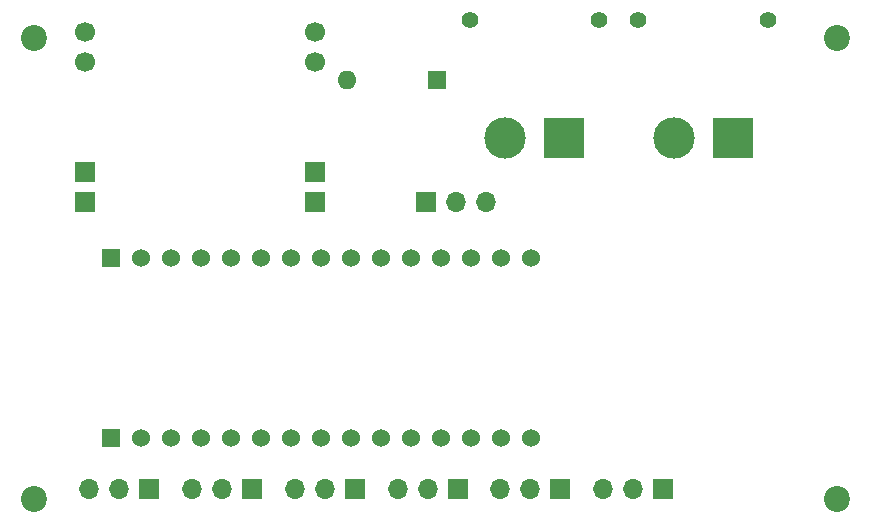
<source format=gbr>
%TF.GenerationSoftware,KiCad,Pcbnew,8.0.1*%
%TF.CreationDate,2024-07-01T13:59:26-05:00*%
%TF.ProjectId,power distribution,706f7765-7220-4646-9973-747269627574,rev?*%
%TF.SameCoordinates,Original*%
%TF.FileFunction,Soldermask,Bot*%
%TF.FilePolarity,Negative*%
%FSLAX46Y46*%
G04 Gerber Fmt 4.6, Leading zero omitted, Abs format (unit mm)*
G04 Created by KiCad (PCBNEW 8.0.1) date 2024-07-01 13:59:26*
%MOMM*%
%LPD*%
G01*
G04 APERTURE LIST*
%ADD10C,1.700000*%
%ADD11R,1.700000X1.700000*%
%ADD12C,2.200000*%
%ADD13O,1.700000X1.700000*%
%ADD14C,1.400000*%
%ADD15R,3.500000X3.500000*%
%ADD16C,3.500000*%
%ADD17R,1.530000X1.530000*%
%ADD18C,1.530000*%
%ADD19R,1.600000X1.600000*%
%ADD20O,1.600000X1.600000*%
G04 APERTURE END LIST*
D10*
%TO.C,U1*%
X111380000Y-70000000D03*
X111380000Y-67460000D03*
D11*
X111380000Y-81870000D03*
X111380000Y-79330000D03*
D10*
X130780000Y-70000000D03*
X130780000Y-67460000D03*
D11*
X130780000Y-81860000D03*
X130780000Y-79320000D03*
%TD*%
D12*
%TO.C,H4*%
X175000000Y-107000000D03*
%TD*%
D11*
%TO.C,J8*%
X160300000Y-106200000D03*
D13*
X157760000Y-106200000D03*
X155220000Y-106200000D03*
%TD*%
D11*
%TO.C,J4*%
X151600000Y-106200000D03*
D13*
X149060000Y-106200000D03*
X146520000Y-106200000D03*
%TD*%
D11*
%TO.C,J6*%
X140175000Y-81900000D03*
D13*
X142715000Y-81900000D03*
X145255000Y-81900000D03*
%TD*%
D12*
%TO.C,H3*%
X107000000Y-107000000D03*
%TD*%
D14*
%TO.C,J10*%
X143900000Y-66500000D03*
X154900000Y-66500000D03*
D15*
X151900000Y-76500000D03*
D16*
X146900000Y-76500000D03*
%TD*%
D14*
%TO.C,J9*%
X158200000Y-66500000D03*
X169200000Y-66500000D03*
D15*
X166200000Y-76500000D03*
D16*
X161200000Y-76500000D03*
%TD*%
D17*
%TO.C,A1*%
X113540000Y-101840000D03*
D18*
X116080000Y-101840000D03*
X118620000Y-101840000D03*
X121160000Y-101840000D03*
X123700000Y-101840000D03*
X126240000Y-101840000D03*
X128780000Y-101840000D03*
X131320000Y-101840000D03*
X133860000Y-101840000D03*
X136400000Y-101840000D03*
X138940000Y-101840000D03*
X141480000Y-101840000D03*
X144020000Y-101840000D03*
X146560000Y-101840000D03*
X149100000Y-101840000D03*
D17*
X113540000Y-86600000D03*
D18*
X116080000Y-86600000D03*
X118620000Y-86600000D03*
X121160000Y-86600000D03*
X123700000Y-86600000D03*
X126240000Y-86600000D03*
X128780000Y-86600000D03*
X131320000Y-86600000D03*
X133860000Y-86600000D03*
X136400000Y-86600000D03*
X138940000Y-86600000D03*
X141480000Y-86600000D03*
X144020000Y-86600000D03*
X146560000Y-86600000D03*
X149100000Y-86600000D03*
%TD*%
D12*
%TO.C,H2*%
X175000000Y-68000000D03*
%TD*%
D11*
%TO.C,J7*%
X116800000Y-106200000D03*
D13*
X114260000Y-106200000D03*
X111720000Y-106200000D03*
%TD*%
D11*
%TO.C,J3*%
X134200000Y-106200000D03*
D13*
X131660000Y-106200000D03*
X129120000Y-106200000D03*
%TD*%
D12*
%TO.C,H1*%
X107000000Y-68000000D03*
%TD*%
D19*
%TO.C,SW2*%
X141150000Y-71600000D03*
D20*
X133530000Y-71600000D03*
%TD*%
D11*
%TO.C,J1*%
X125500000Y-106200000D03*
D13*
X122960000Y-106200000D03*
X120420000Y-106200000D03*
%TD*%
D11*
%TO.C,J2*%
X142900000Y-106200000D03*
D13*
X140360000Y-106200000D03*
X137820000Y-106200000D03*
%TD*%
M02*

</source>
